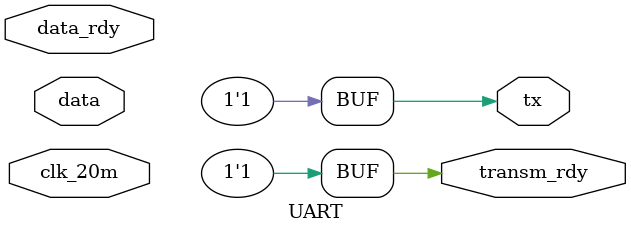
<source format=v>
module UART 
//сountOfStrobe = Fclk(Гц)/Vuart(бит/c) = 200*10^6 / 500000 = 400
                            
                            (
									 input clk_20m,
                            input [23:0] data,              // Данные, которые собираемся передать по TX
                            input data_rdy,                // Строб, который соответствует тому, что данные валидные и их нужно передать
                            output  tx = 1,          // Выходной порт, передает данные по последовательному интерфейсу
                            output  transm_rdy = 1   // Строб, который сигнализирует о том, что данные переданы и блок готов к передаче новых данных
                            );
     

	  
	  
	  reg enb_flag,data_rdy_flag,data_rdy_wait,wait_enb=0;
	  reg [3:0] data_count=4'd0;
	  reg [7:0] data_temp_case=8'd0;
	  wire [7:0] data_temp;
	  assign data_temp=data_temp_case;
	  
	  
	  
	  always @(posedge clk_20m)
begin
     
	  if(data_rdy && data_rdy_flag==0 && data_rdy_wait==0) 
	 begin
	 data_rdy_flag<=1;
	 data_count<=0;
	 end
	 else
	 begin
	 if(data_rdy==0 && data_rdy_flag==1 && data_rdy_wait==0)
	 data_rdy_flag<=0;
	 end
	 
	 
	 
	 
	 case(data_count)
	 
	 4'd0: begin   
	 if (data_rdy_flag==1 && transm_rdy==0 && enb_flag==0)
	 begin
	 enb_flag=1;
	 data_temp_case<=8'd123;
	 data_count<=data_count+1;
	 data_rdy_wait=1;
	 end
    end
	 
	 4'd1: begin   
    if(enb_flag==1)
	 begin
	 wait_enb<=1;
	 end
	 
	 if(wait_enb==1 ) begin
	 enb_flag=0;
	 data_count<=data_count+1;
	 wait_enb<=0;
	 
	 end
	 end
	 
	 
	 4'd2: begin   
	  if (transm_rdy==0 && enb_flag==0)
	 begin
	  data_temp_case<=data[23:16];
	 //data_temp_case< = data[23:16];
	 enb_flag=1;
	 data_count<=data_count+1;
	 end
	 end
	 
	 4'd3: begin   
    if(enb_flag==1)
	 begin
	 wait_enb<=1;
	 end
	 if(wait_enb==1 ) begin
	 enb_flag=0;
	 data_count<=data_count+1;
	 wait_enb<=0;
	 end
	 end
	 

	 4'd4: begin   
	 if (transm_rdy==0 && enb_flag==0)
	 begin
	 enb_flag=1;
	 //data_temp_case <= data[15:8];
	 data_temp_case<=data[15:8];
	 data_count<=data_count+1;
	 end
	 end
	 
	 4'd5: begin   
	    if(enb_flag==1)
	 begin
	 wait_enb<=1;
	 end
	 if(wait_enb==1) begin
	 enb_flag=0;
	 data_count<=data_count+1;
	 wait_enb<=0;
	 end
	 end
	 
	 4'd6: begin   
	 if (transm_rdy==0 && enb_flag==0)
	 begin
	 enb_flag=1;
	 //data_temp_case <= data[15:8];
	 data_temp_case<=data[7:0];
	 data_count<=data_count+1;
	 end
	 end
	 
	 
	 
	 4'd7: begin   
	    if(enb_flag==1)
	 begin
	 wait_enb<=1;
	 end
	 if(wait_enb==1 ) begin
	 enb_flag=0;
	 wait_enb<=0;
	 data_rdy_wait=0;
	 data_count<=0;
	 end
	 end
	 

		endcase
		
		
end



	  
async_transmitter async_transmitter_1(clk_20m,enb_flag, data_temp_case, tx, transm_rdy );
	  
	  
	  
	  
	  
	  
	  
	  
	  
endmodule
</source>
